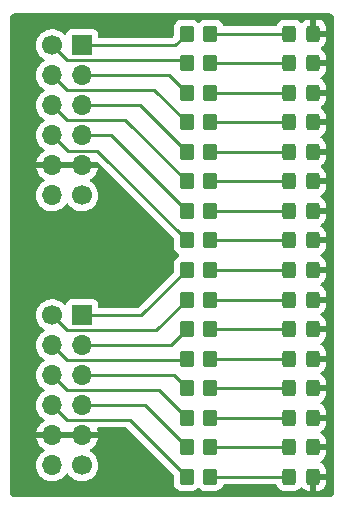
<source format=gtl>
%TF.GenerationSoftware,KiCad,Pcbnew,6.0.4-6f826c9f35~116~ubuntu20.04.1*%
%TF.CreationDate,2022-04-18T14:08:09+07:00*%
%TF.ProjectId,pmod-thin-16-leds,706d6f64-2d74-4686-996e-2d31362d6c65,1.0*%
%TF.SameCoordinates,Original*%
%TF.FileFunction,Copper,L1,Top*%
%TF.FilePolarity,Positive*%
%FSLAX46Y46*%
G04 Gerber Fmt 4.6, Leading zero omitted, Abs format (unit mm)*
G04 Created by KiCad (PCBNEW 6.0.4-6f826c9f35~116~ubuntu20.04.1) date 2022-04-18 14:08:09*
%MOMM*%
%LPD*%
G01*
G04 APERTURE LIST*
G04 Aperture macros list*
%AMRoundRect*
0 Rectangle with rounded corners*
0 $1 Rounding radius*
0 $2 $3 $4 $5 $6 $7 $8 $9 X,Y pos of 4 corners*
0 Add a 4 corners polygon primitive as box body*
4,1,4,$2,$3,$4,$5,$6,$7,$8,$9,$2,$3,0*
0 Add four circle primitives for the rounded corners*
1,1,$1+$1,$2,$3*
1,1,$1+$1,$4,$5*
1,1,$1+$1,$6,$7*
1,1,$1+$1,$8,$9*
0 Add four rect primitives between the rounded corners*
20,1,$1+$1,$2,$3,$4,$5,0*
20,1,$1+$1,$4,$5,$6,$7,0*
20,1,$1+$1,$6,$7,$8,$9,0*
20,1,$1+$1,$8,$9,$2,$3,0*%
G04 Aperture macros list end*
%TA.AperFunction,ComponentPad*%
%ADD10R,1.700000X1.700000*%
%TD*%
%TA.AperFunction,ComponentPad*%
%ADD11O,1.700000X1.700000*%
%TD*%
%TA.AperFunction,ComponentPad*%
%ADD12C,1.700000*%
%TD*%
%TA.AperFunction,SMDPad,CuDef*%
%ADD13RoundRect,0.250000X-0.350000X-0.450000X0.350000X-0.450000X0.350000X0.450000X-0.350000X0.450000X0*%
%TD*%
%TA.AperFunction,SMDPad,CuDef*%
%ADD14RoundRect,0.250000X0.325000X0.450000X-0.325000X0.450000X-0.325000X-0.450000X0.325000X-0.450000X0*%
%TD*%
%TA.AperFunction,Conductor*%
%ADD15C,0.254000*%
%TD*%
G04 APERTURE END LIST*
D10*
%TO.P,J1,1,Pin_1*%
%TO.N,/p1*%
X102710000Y-74220000D03*
D11*
%TO.P,J1,2,Pin_2*%
%TO.N,/p3*%
X102710000Y-76760000D03*
%TO.P,J1,3,Pin_3*%
%TO.N,/p5*%
X102710000Y-79300000D03*
%TO.P,J1,4,Pin_4*%
%TO.N,/p7*%
X102710000Y-81840000D03*
%TO.P,J1,5,GND*%
%TO.N,GND*%
X102710000Y-84380000D03*
D12*
%TO.P,J1,6,3.3V*%
%TO.N,+3V3*%
X102710000Y-86920000D03*
%TO.P,J1,7,Pin_7*%
%TO.N,/p2*%
X100170000Y-74220000D03*
D11*
%TO.P,J1,8,Pin_8*%
%TO.N,/p4*%
X100170000Y-76760000D03*
%TO.P,J1,9,Pin_9*%
%TO.N,/p6*%
X100170000Y-79300000D03*
%TO.P,J1,10,Pin_10*%
%TO.N,/p8*%
X100170000Y-81840000D03*
%TO.P,J1,11,GND*%
%TO.N,GND*%
X100170000Y-84380000D03*
%TO.P,J1,12,3.3V*%
%TO.N,+3V3*%
X100170000Y-86920000D03*
%TD*%
D13*
%TO.P,R5,1*%
%TO.N,/p5*%
X111560000Y-83250000D03*
%TO.P,R5,2*%
%TO.N,Net-(D5-Pad2)*%
X113560000Y-83250000D03*
%TD*%
D14*
%TO.P,D04,1,K*%
%TO.N,GND*%
X122285000Y-80750000D03*
%TO.P,D04,2,A*%
%TO.N,Net-(D4-Pad2)*%
X120235000Y-80750000D03*
%TD*%
D13*
%TO.P,R16,1*%
%TO.N,/p16*%
X111560000Y-110750000D03*
%TO.P,R16,2*%
%TO.N,Net-(D16-Pad2)*%
X113560000Y-110750000D03*
%TD*%
%TO.P,R11,1*%
%TO.N,/p11*%
X111560000Y-98250000D03*
%TO.P,R11,2*%
%TO.N,Net-(D11-Pad2)*%
X113560000Y-98250000D03*
%TD*%
%TO.P,R2,1*%
%TO.N,/p2*%
X111560000Y-75750000D03*
%TO.P,R2,2*%
%TO.N,Net-(D2-Pad2)*%
X113560000Y-75750000D03*
%TD*%
%TO.P,R15,1*%
%TO.N,/p15*%
X111560000Y-108250000D03*
%TO.P,R15,2*%
%TO.N,Net-(D15-Pad2)*%
X113560000Y-108250000D03*
%TD*%
D14*
%TO.P,D14,1,K*%
%TO.N,GND*%
X122285000Y-105750000D03*
%TO.P,D14,2,A*%
%TO.N,Net-(D14-Pad2)*%
X120235000Y-105750000D03*
%TD*%
%TO.P,D08,1,K*%
%TO.N,GND*%
X122285000Y-90750000D03*
%TO.P,D08,2,A*%
%TO.N,Net-(D8-Pad2)*%
X120235000Y-90750000D03*
%TD*%
%TO.P,D01,1,K*%
%TO.N,GND*%
X122285000Y-73250000D03*
%TO.P,D01,2,A*%
%TO.N,Net-(D1-Pad2)*%
X120235000Y-73250000D03*
%TD*%
%TO.P,D15,1,K*%
%TO.N,GND*%
X122285000Y-108250000D03*
%TO.P,D15,2,A*%
%TO.N,Net-(D15-Pad2)*%
X120235000Y-108250000D03*
%TD*%
D13*
%TO.P,R3,1*%
%TO.N,/p3*%
X111560000Y-78250000D03*
%TO.P,R3,2*%
%TO.N,Net-(D3-Pad2)*%
X113560000Y-78250000D03*
%TD*%
%TO.P,R13,1*%
%TO.N,/p13*%
X111560000Y-103250000D03*
%TO.P,R13,2*%
%TO.N,Net-(D13-Pad2)*%
X113560000Y-103250000D03*
%TD*%
%TO.P,R7,1*%
%TO.N,/p7*%
X111560000Y-88250000D03*
%TO.P,R7,2*%
%TO.N,Net-(D7-Pad2)*%
X113560000Y-88250000D03*
%TD*%
%TO.P,R6,1*%
%TO.N,/p6*%
X111560000Y-85750000D03*
%TO.P,R6,2*%
%TO.N,Net-(D6-Pad2)*%
X113560000Y-85750000D03*
%TD*%
D14*
%TO.P,D16,1,K*%
%TO.N,GND*%
X122285000Y-110750000D03*
%TO.P,D16,2,A*%
%TO.N,Net-(D16-Pad2)*%
X120235000Y-110750000D03*
%TD*%
%TO.P,D13,1,K*%
%TO.N,GND*%
X122285000Y-103250000D03*
%TO.P,D13,2,A*%
%TO.N,Net-(D13-Pad2)*%
X120235000Y-103250000D03*
%TD*%
D13*
%TO.P,R12,1*%
%TO.N,/p12*%
X111560000Y-100750000D03*
%TO.P,R12,2*%
%TO.N,Net-(D12-Pad2)*%
X113560000Y-100750000D03*
%TD*%
D14*
%TO.P,D09,1,K*%
%TO.N,GND*%
X122285000Y-93250000D03*
%TO.P,D09,2,A*%
%TO.N,Net-(D9-Pad2)*%
X120235000Y-93250000D03*
%TD*%
D13*
%TO.P,R1,1*%
%TO.N,/p1*%
X111560000Y-73250000D03*
%TO.P,R1,2*%
%TO.N,Net-(D1-Pad2)*%
X113560000Y-73250000D03*
%TD*%
%TO.P,R10,1*%
%TO.N,/p10*%
X111560000Y-95750000D03*
%TO.P,R10,2*%
%TO.N,Net-(D10-Pad2)*%
X113560000Y-95750000D03*
%TD*%
D14*
%TO.P,D02,1,K*%
%TO.N,GND*%
X122285000Y-75750000D03*
%TO.P,D02,2,A*%
%TO.N,Net-(D2-Pad2)*%
X120235000Y-75750000D03*
%TD*%
D13*
%TO.P,R8,1*%
%TO.N,/p8*%
X111560000Y-90750000D03*
%TO.P,R8,2*%
%TO.N,Net-(D8-Pad2)*%
X113560000Y-90750000D03*
%TD*%
D14*
%TO.P,D03,1,K*%
%TO.N,GND*%
X122285000Y-78250000D03*
%TO.P,D03,2,A*%
%TO.N,Net-(D3-Pad2)*%
X120235000Y-78250000D03*
%TD*%
%TO.P,D06,1,K*%
%TO.N,GND*%
X122285000Y-85750000D03*
%TO.P,D06,2,A*%
%TO.N,Net-(D6-Pad2)*%
X120235000Y-85750000D03*
%TD*%
D10*
%TO.P,J2,1,Pin_1*%
%TO.N,/p9*%
X102710000Y-97080000D03*
D11*
%TO.P,J2,2,Pin_2*%
%TO.N,/p11*%
X102710000Y-99620000D03*
%TO.P,J2,3,Pin_3*%
%TO.N,/p13*%
X102710000Y-102160000D03*
%TO.P,J2,4,Pin_4*%
%TO.N,/p15*%
X102710000Y-104700000D03*
%TO.P,J2,5,GND*%
%TO.N,GND*%
X102710000Y-107240000D03*
D12*
%TO.P,J2,6,3.3V*%
%TO.N,+3V3*%
X102710000Y-109780000D03*
%TO.P,J2,7,Pin_7*%
%TO.N,/p10*%
X100170000Y-97080000D03*
D11*
%TO.P,J2,8,Pin_8*%
%TO.N,/p12*%
X100170000Y-99620000D03*
%TO.P,J2,9,Pin_9*%
%TO.N,/p14*%
X100170000Y-102160000D03*
%TO.P,J2,10,Pin_10*%
%TO.N,/p16*%
X100170000Y-104700000D03*
%TO.P,J2,11,GND*%
%TO.N,GND*%
X100170000Y-107240000D03*
%TO.P,J2,12,3.3V*%
%TO.N,+3V3*%
X100170000Y-109780000D03*
%TD*%
D14*
%TO.P,D07,1,K*%
%TO.N,GND*%
X122285000Y-88250000D03*
%TO.P,D07,2,A*%
%TO.N,Net-(D7-Pad2)*%
X120235000Y-88250000D03*
%TD*%
D13*
%TO.P,R14,1*%
%TO.N,/p14*%
X111560000Y-105750000D03*
%TO.P,R14,2*%
%TO.N,Net-(D14-Pad2)*%
X113560000Y-105750000D03*
%TD*%
D14*
%TO.P,D11,1,K*%
%TO.N,GND*%
X122285000Y-98250000D03*
%TO.P,D11,2,A*%
%TO.N,Net-(D11-Pad2)*%
X120235000Y-98250000D03*
%TD*%
D13*
%TO.P,R9,1*%
%TO.N,/p9*%
X111560000Y-93250000D03*
%TO.P,R9,2*%
%TO.N,Net-(D9-Pad2)*%
X113560000Y-93250000D03*
%TD*%
%TO.P,R4,1*%
%TO.N,/p4*%
X111560000Y-80750000D03*
%TO.P,R4,2*%
%TO.N,Net-(D4-Pad2)*%
X113560000Y-80750000D03*
%TD*%
D14*
%TO.P,D10,1,K*%
%TO.N,GND*%
X122285000Y-95750000D03*
%TO.P,D10,2,A*%
%TO.N,Net-(D10-Pad2)*%
X120235000Y-95750000D03*
%TD*%
%TO.P,D12,1,K*%
%TO.N,GND*%
X122285000Y-100750000D03*
%TO.P,D12,2,A*%
%TO.N,Net-(D12-Pad2)*%
X120235000Y-100750000D03*
%TD*%
%TO.P,D05,1,K*%
%TO.N,GND*%
X122285000Y-83250000D03*
%TO.P,D05,2,A*%
%TO.N,Net-(D5-Pad2)*%
X120235000Y-83250000D03*
%TD*%
D15*
%TO.N,Net-(D1-Pad2)*%
X113560000Y-73250000D02*
X120235000Y-73250000D01*
%TO.N,Net-(D2-Pad2)*%
X113560000Y-75750000D02*
X120235000Y-75750000D01*
%TO.N,Net-(D3-Pad2)*%
X113560000Y-78250000D02*
X120235000Y-78250000D01*
%TO.N,Net-(D4-Pad2)*%
X113560000Y-80750000D02*
X120235000Y-80750000D01*
%TO.N,Net-(D5-Pad2)*%
X113560000Y-83250000D02*
X120235000Y-83250000D01*
%TO.N,Net-(D6-Pad2)*%
X113560000Y-85750000D02*
X120235000Y-85750000D01*
%TO.N,Net-(D7-Pad2)*%
X113560000Y-88250000D02*
X120235000Y-88250000D01*
%TO.N,Net-(D8-Pad2)*%
X113560000Y-90750000D02*
X120235000Y-90750000D01*
%TO.N,Net-(D9-Pad2)*%
X113560000Y-93250000D02*
X120235000Y-93250000D01*
%TO.N,Net-(D10-Pad2)*%
X113560000Y-95750000D02*
X120235000Y-95750000D01*
%TO.N,Net-(D11-Pad2)*%
X113560000Y-98250000D02*
X120235000Y-98250000D01*
%TO.N,Net-(D12-Pad2)*%
X113560000Y-100750000D02*
X120235000Y-100750000D01*
%TO.N,Net-(D13-Pad2)*%
X113560000Y-103250000D02*
X120235000Y-103250000D01*
%TO.N,Net-(D14-Pad2)*%
X113560000Y-105750000D02*
X120235000Y-105750000D01*
%TO.N,Net-(D15-Pad2)*%
X113560000Y-108250000D02*
X120235000Y-108250000D01*
%TO.N,Net-(D16-Pad2)*%
X113560000Y-110750000D02*
X120235000Y-110750000D01*
%TO.N,/p1*%
X110590000Y-74220000D02*
X102710000Y-74220000D01*
X111560000Y-73250000D02*
X110590000Y-74220000D01*
%TO.N,/p3*%
X110070000Y-76760000D02*
X111560000Y-78250000D01*
X102710000Y-76760000D02*
X110070000Y-76760000D01*
%TO.N,/p5*%
X102710000Y-79300000D02*
X107610000Y-79300000D01*
X107610000Y-79300000D02*
X111560000Y-83250000D01*
%TO.N,/p7*%
X105150000Y-81840000D02*
X111560000Y-88250000D01*
X111560000Y-88250000D02*
X111560000Y-87690000D01*
X102710000Y-81840000D02*
X105150000Y-81840000D01*
%TO.N,/p2*%
X111260511Y-75450511D02*
X111560000Y-75750000D01*
X101400511Y-75450511D02*
X111260511Y-75450511D01*
X100170000Y-74220000D02*
X101400511Y-75450511D01*
%TO.N,/p4*%
X100170000Y-76760000D02*
X101400511Y-77990511D01*
X101400511Y-77990511D02*
X108800511Y-77990511D01*
X108800511Y-77990511D02*
X111560000Y-80750000D01*
%TO.N,/p6*%
X106340511Y-80530511D02*
X111560000Y-85750000D01*
X100170000Y-79300000D02*
X101400511Y-80530511D01*
X101400511Y-80530511D02*
X106340511Y-80530511D01*
%TO.N,/p8*%
X101479489Y-83149489D02*
X103959489Y-83149489D01*
X103959489Y-83149489D02*
X111560000Y-90750000D01*
X100170000Y-81840000D02*
X101479489Y-83149489D01*
%TO.N,/p9*%
X102710000Y-97080000D02*
X107730000Y-97080000D01*
X107730000Y-97080000D02*
X111560000Y-93250000D01*
%TO.N,/p11*%
X102710000Y-99620000D02*
X110190000Y-99620000D01*
X110190000Y-99620000D02*
X111560000Y-98250000D01*
%TO.N,/p13*%
X102710000Y-102160000D02*
X110470000Y-102160000D01*
X110470000Y-102160000D02*
X111560000Y-103250000D01*
%TO.N,/p15*%
X102710000Y-104700000D02*
X108010000Y-104700000D01*
X108010000Y-104700000D02*
X111560000Y-108250000D01*
%TO.N,/p10*%
X108999489Y-98310511D02*
X111560000Y-95750000D01*
X101400511Y-98310511D02*
X108999489Y-98310511D01*
X100170000Y-97080000D02*
X101400511Y-98310511D01*
%TO.N,/p12*%
X101400511Y-100850511D02*
X111459489Y-100850511D01*
X100170000Y-99620000D02*
X101400511Y-100850511D01*
X111459489Y-100850511D02*
X111560000Y-100750000D01*
%TO.N,/p14*%
X101400511Y-103390511D02*
X109200511Y-103390511D01*
X109200511Y-103390511D02*
X111560000Y-105750000D01*
X100170000Y-102160000D02*
X101400511Y-103390511D01*
%TO.N,/p16*%
X106740511Y-105930511D02*
X111560000Y-110750000D01*
X100170000Y-104700000D02*
X101400511Y-105930511D01*
X101400511Y-105930511D02*
X106740511Y-105930511D01*
%TD*%
%TA.AperFunction,Conductor*%
%TO.N,GND*%
G36*
X123544942Y-71506897D02*
G01*
X123559750Y-71509203D01*
X123559752Y-71509203D01*
X123568621Y-71510584D01*
X123577524Y-71509420D01*
X123577526Y-71509420D01*
X123577650Y-71509404D01*
X123608088Y-71509133D01*
X123637755Y-71512475D01*
X123670158Y-71516126D01*
X123697666Y-71522404D01*
X123774756Y-71549379D01*
X123800176Y-71561620D01*
X123869326Y-71605069D01*
X123891386Y-71622661D01*
X123949135Y-71680409D01*
X123966727Y-71702469D01*
X124010178Y-71771621D01*
X124022420Y-71797041D01*
X124049393Y-71874124D01*
X124055672Y-71901632D01*
X124061919Y-71957072D01*
X124061611Y-71972764D01*
X124062693Y-71972777D01*
X124062584Y-71981746D01*
X124061202Y-71990621D01*
X124065328Y-72022171D01*
X124066391Y-72038500D01*
X124065507Y-89706704D01*
X124064395Y-111953521D01*
X124062895Y-111972898D01*
X124060583Y-111987745D01*
X124060583Y-111987752D01*
X124059202Y-111996621D01*
X124060382Y-112005646D01*
X124060654Y-112036081D01*
X124053661Y-112098155D01*
X124047382Y-112125664D01*
X124020408Y-112202752D01*
X124008169Y-112228168D01*
X123964714Y-112297325D01*
X123947125Y-112319380D01*
X123889380Y-112377125D01*
X123867325Y-112394714D01*
X123798168Y-112438169D01*
X123772752Y-112450408D01*
X123695664Y-112477382D01*
X123668159Y-112483660D01*
X123612673Y-112489912D01*
X123597036Y-112489245D01*
X123597018Y-112490694D01*
X123588047Y-112490584D01*
X123579173Y-112489202D01*
X123570270Y-112490366D01*
X123570265Y-112490366D01*
X123547621Y-112493327D01*
X123531284Y-112494391D01*
X97117866Y-112492996D01*
X97098489Y-112491495D01*
X97083645Y-112489183D01*
X97083641Y-112489183D01*
X97074773Y-112487802D01*
X97065871Y-112488966D01*
X97065869Y-112488966D01*
X97065753Y-112488981D01*
X97035304Y-112489252D01*
X96973233Y-112482257D01*
X96945727Y-112475979D01*
X96868645Y-112449006D01*
X96843226Y-112436765D01*
X96776306Y-112394717D01*
X96774076Y-112393316D01*
X96752017Y-112375724D01*
X96694271Y-112317976D01*
X96676680Y-112295917D01*
X96633233Y-112226770D01*
X96620992Y-112201350D01*
X96594018Y-112124263D01*
X96587739Y-112096754D01*
X96581477Y-112041170D01*
X96580694Y-112025522D01*
X96580803Y-112016646D01*
X96582184Y-112007773D01*
X96578052Y-111976168D01*
X96576989Y-111959850D01*
X96576989Y-111953525D01*
X96576768Y-109746695D01*
X98807251Y-109746695D01*
X98807548Y-109751848D01*
X98807548Y-109751851D01*
X98813011Y-109846590D01*
X98820110Y-109969715D01*
X98821247Y-109974761D01*
X98821248Y-109974767D01*
X98823376Y-109984208D01*
X98869222Y-110187639D01*
X98953266Y-110394616D01*
X99004019Y-110477438D01*
X99067291Y-110580688D01*
X99069987Y-110585088D01*
X99216250Y-110753938D01*
X99388126Y-110896632D01*
X99581000Y-111009338D01*
X99585825Y-111011180D01*
X99585826Y-111011181D01*
X99658612Y-111038975D01*
X99789692Y-111089030D01*
X99794760Y-111090061D01*
X99794763Y-111090062D01*
X99902017Y-111111883D01*
X100008597Y-111133567D01*
X100013772Y-111133757D01*
X100013774Y-111133757D01*
X100226673Y-111141564D01*
X100226677Y-111141564D01*
X100231837Y-111141753D01*
X100236957Y-111141097D01*
X100236959Y-111141097D01*
X100448288Y-111114025D01*
X100448289Y-111114025D01*
X100453416Y-111113368D01*
X100458366Y-111111883D01*
X100662429Y-111050661D01*
X100662434Y-111050659D01*
X100667384Y-111049174D01*
X100867994Y-110950896D01*
X101049860Y-110821173D01*
X101208096Y-110663489D01*
X101267594Y-110580689D01*
X101338453Y-110482077D01*
X101339776Y-110483028D01*
X101386645Y-110439857D01*
X101456580Y-110427625D01*
X101522026Y-110455144D01*
X101549875Y-110486994D01*
X101609987Y-110585088D01*
X101756250Y-110753938D01*
X101928126Y-110896632D01*
X102121000Y-111009338D01*
X102125825Y-111011180D01*
X102125826Y-111011181D01*
X102198612Y-111038975D01*
X102329692Y-111089030D01*
X102334760Y-111090061D01*
X102334763Y-111090062D01*
X102442017Y-111111883D01*
X102548597Y-111133567D01*
X102553772Y-111133757D01*
X102553774Y-111133757D01*
X102766673Y-111141564D01*
X102766677Y-111141564D01*
X102771837Y-111141753D01*
X102776957Y-111141097D01*
X102776959Y-111141097D01*
X102988288Y-111114025D01*
X102988289Y-111114025D01*
X102993416Y-111113368D01*
X102998366Y-111111883D01*
X103202429Y-111050661D01*
X103202434Y-111050659D01*
X103207384Y-111049174D01*
X103407994Y-110950896D01*
X103589860Y-110821173D01*
X103748096Y-110663489D01*
X103807594Y-110580689D01*
X103875435Y-110486277D01*
X103878453Y-110482077D01*
X103899320Y-110439857D01*
X103975136Y-110286453D01*
X103975137Y-110286451D01*
X103977430Y-110281811D01*
X104042370Y-110068069D01*
X104071529Y-109846590D01*
X104071881Y-109832193D01*
X104073074Y-109783365D01*
X104073074Y-109783361D01*
X104073156Y-109780000D01*
X104054852Y-109557361D01*
X104000431Y-109340702D01*
X103911354Y-109135840D01*
X103842079Y-109028757D01*
X103792822Y-108952617D01*
X103792820Y-108952614D01*
X103790014Y-108948277D01*
X103639670Y-108783051D01*
X103635619Y-108779852D01*
X103635615Y-108779848D01*
X103468414Y-108647800D01*
X103468410Y-108647798D01*
X103464359Y-108644598D01*
X103422569Y-108621529D01*
X103372598Y-108571097D01*
X103357826Y-108501654D01*
X103382942Y-108435248D01*
X103410294Y-108408641D01*
X103585328Y-108283792D01*
X103593200Y-108277139D01*
X103744052Y-108126812D01*
X103750730Y-108118965D01*
X103875003Y-107946020D01*
X103880313Y-107937183D01*
X103974670Y-107746267D01*
X103978469Y-107736672D01*
X104040377Y-107532910D01*
X104042555Y-107522837D01*
X104043986Y-107511962D01*
X104041775Y-107497778D01*
X104028617Y-107494000D01*
X98853225Y-107494000D01*
X98839694Y-107497973D01*
X98838257Y-107507966D01*
X98868565Y-107642446D01*
X98871645Y-107652275D01*
X98951770Y-107849603D01*
X98956413Y-107858794D01*
X99067694Y-108040388D01*
X99073777Y-108048699D01*
X99213213Y-108209667D01*
X99220580Y-108216883D01*
X99384434Y-108352916D01*
X99392881Y-108358831D01*
X99461969Y-108399203D01*
X99510693Y-108450842D01*
X99523764Y-108520625D01*
X99497033Y-108586396D01*
X99456584Y-108619752D01*
X99443607Y-108626507D01*
X99439474Y-108629610D01*
X99439471Y-108629612D01*
X99274385Y-108753562D01*
X99264965Y-108760635D01*
X99110629Y-108922138D01*
X99107720Y-108926403D01*
X99107714Y-108926411D01*
X99036930Y-109030176D01*
X98984743Y-109106680D01*
X98937716Y-109207992D01*
X98893925Y-109302332D01*
X98890688Y-109309305D01*
X98830989Y-109524570D01*
X98807251Y-109746695D01*
X96576768Y-109746695D01*
X96576260Y-104666695D01*
X98807251Y-104666695D01*
X98807548Y-104671848D01*
X98807548Y-104671851D01*
X98816775Y-104831880D01*
X98820110Y-104889715D01*
X98821247Y-104894761D01*
X98821248Y-104894767D01*
X98839840Y-104977262D01*
X98869222Y-105107639D01*
X98953266Y-105314616D01*
X98978321Y-105355502D01*
X99061676Y-105491525D01*
X99069987Y-105505088D01*
X99216250Y-105673938D01*
X99388126Y-105816632D01*
X99461955Y-105859774D01*
X99510679Y-105911412D01*
X99523750Y-105981195D01*
X99497019Y-106046967D01*
X99456562Y-106080327D01*
X99448457Y-106084546D01*
X99439738Y-106090036D01*
X99269433Y-106217905D01*
X99261726Y-106224748D01*
X99114590Y-106378717D01*
X99108104Y-106386727D01*
X98988098Y-106562649D01*
X98983000Y-106571623D01*
X98893338Y-106764783D01*
X98889775Y-106774470D01*
X98834389Y-106974183D01*
X98835912Y-106982607D01*
X98848292Y-106986000D01*
X104028344Y-106986000D01*
X104041875Y-106982027D01*
X104043180Y-106972947D01*
X104001214Y-106805875D01*
X103997894Y-106796124D01*
X103974471Y-106742253D01*
X103965652Y-106671806D01*
X103996318Y-106607774D01*
X104056735Y-106570487D01*
X104090021Y-106566011D01*
X106425089Y-106566011D01*
X106493210Y-106586013D01*
X106514184Y-106602916D01*
X110414595Y-110503328D01*
X110448621Y-110565640D01*
X110451500Y-110592423D01*
X110451500Y-111250400D01*
X110451837Y-111253646D01*
X110451837Y-111253650D01*
X110461618Y-111347914D01*
X110462474Y-111356166D01*
X110464655Y-111362702D01*
X110464655Y-111362704D01*
X110472506Y-111386236D01*
X110518450Y-111523946D01*
X110611522Y-111674348D01*
X110736697Y-111799305D01*
X110742927Y-111803145D01*
X110742928Y-111803146D01*
X110880288Y-111887816D01*
X110887262Y-111892115D01*
X110967005Y-111918564D01*
X111048611Y-111945632D01*
X111048613Y-111945632D01*
X111055139Y-111947797D01*
X111061975Y-111948497D01*
X111061978Y-111948498D01*
X111105031Y-111952909D01*
X111159600Y-111958500D01*
X111960400Y-111958500D01*
X111963646Y-111958163D01*
X111963650Y-111958163D01*
X112059308Y-111948238D01*
X112059312Y-111948237D01*
X112066166Y-111947526D01*
X112072702Y-111945345D01*
X112072704Y-111945345D01*
X112204806Y-111901272D01*
X112233946Y-111891550D01*
X112384348Y-111798478D01*
X112470784Y-111711891D01*
X112533066Y-111677812D01*
X112603886Y-111682815D01*
X112648976Y-111711736D01*
X112736697Y-111799305D01*
X112742927Y-111803145D01*
X112742928Y-111803146D01*
X112880288Y-111887816D01*
X112887262Y-111892115D01*
X112967005Y-111918564D01*
X113048611Y-111945632D01*
X113048613Y-111945632D01*
X113055139Y-111947797D01*
X113061975Y-111948497D01*
X113061978Y-111948498D01*
X113105031Y-111952909D01*
X113159600Y-111958500D01*
X113960400Y-111958500D01*
X113963646Y-111958163D01*
X113963650Y-111958163D01*
X114059308Y-111948238D01*
X114059312Y-111948237D01*
X114066166Y-111947526D01*
X114072702Y-111945345D01*
X114072704Y-111945345D01*
X114204806Y-111901272D01*
X114233946Y-111891550D01*
X114384348Y-111798478D01*
X114509305Y-111673303D01*
X114602115Y-111522738D01*
X114619000Y-111471832D01*
X114659432Y-111413472D01*
X114724996Y-111386236D01*
X114738593Y-111385500D01*
X119081470Y-111385500D01*
X119149591Y-111405502D01*
X119196084Y-111459158D01*
X119200994Y-111471624D01*
X119218450Y-111523946D01*
X119311522Y-111674348D01*
X119436697Y-111799305D01*
X119442927Y-111803145D01*
X119442928Y-111803146D01*
X119580288Y-111887816D01*
X119587262Y-111892115D01*
X119667005Y-111918564D01*
X119748611Y-111945632D01*
X119748613Y-111945632D01*
X119755139Y-111947797D01*
X119761975Y-111948497D01*
X119761978Y-111948498D01*
X119805031Y-111952909D01*
X119859600Y-111958500D01*
X120610400Y-111958500D01*
X120613646Y-111958163D01*
X120613650Y-111958163D01*
X120709308Y-111948238D01*
X120709312Y-111948237D01*
X120716166Y-111947526D01*
X120722702Y-111945345D01*
X120722704Y-111945345D01*
X120854806Y-111901272D01*
X120883946Y-111891550D01*
X121034348Y-111798478D01*
X121159305Y-111673303D01*
X121162102Y-111668765D01*
X121219353Y-111628176D01*
X121290276Y-111624946D01*
X121351687Y-111660572D01*
X121359062Y-111669068D01*
X121367098Y-111679207D01*
X121481829Y-111793739D01*
X121493240Y-111802751D01*
X121631243Y-111887816D01*
X121644424Y-111893963D01*
X121798710Y-111945138D01*
X121812086Y-111948005D01*
X121906438Y-111957672D01*
X121912854Y-111958000D01*
X122012885Y-111958000D01*
X122028124Y-111953525D01*
X122029329Y-111952135D01*
X122031000Y-111944452D01*
X122031000Y-111939884D01*
X122539000Y-111939884D01*
X122543475Y-111955123D01*
X122544865Y-111956328D01*
X122552548Y-111957999D01*
X122657095Y-111957999D01*
X122663614Y-111957662D01*
X122759206Y-111947743D01*
X122772600Y-111944851D01*
X122926784Y-111893412D01*
X122939962Y-111887239D01*
X123077807Y-111801937D01*
X123089208Y-111792901D01*
X123203739Y-111678171D01*
X123212751Y-111666760D01*
X123297816Y-111528757D01*
X123303963Y-111515576D01*
X123355138Y-111361290D01*
X123358005Y-111347914D01*
X123367672Y-111253562D01*
X123368000Y-111247146D01*
X123368000Y-111022115D01*
X123363525Y-111006876D01*
X123362135Y-111005671D01*
X123354452Y-111004000D01*
X122557115Y-111004000D01*
X122541876Y-111008475D01*
X122540671Y-111009865D01*
X122539000Y-111017548D01*
X122539000Y-111939884D01*
X122031000Y-111939884D01*
X122031000Y-110622000D01*
X122051002Y-110553879D01*
X122104658Y-110507386D01*
X122157000Y-110496000D01*
X123349884Y-110496000D01*
X123365123Y-110491525D01*
X123366328Y-110490135D01*
X123367999Y-110482452D01*
X123367999Y-110252905D01*
X123367662Y-110246386D01*
X123357743Y-110150794D01*
X123354851Y-110137400D01*
X123303412Y-109983216D01*
X123297239Y-109970038D01*
X123211937Y-109832193D01*
X123202901Y-109820792D01*
X123088171Y-109706261D01*
X123076760Y-109697249D01*
X122932525Y-109608342D01*
X122933893Y-109606123D01*
X122889763Y-109567268D01*
X122870301Y-109498991D01*
X122890842Y-109431030D01*
X122934821Y-109392854D01*
X122933732Y-109391094D01*
X123077807Y-109301937D01*
X123089208Y-109292901D01*
X123203739Y-109178171D01*
X123212751Y-109166760D01*
X123297816Y-109028757D01*
X123303963Y-109015576D01*
X123355138Y-108861290D01*
X123358005Y-108847914D01*
X123367672Y-108753562D01*
X123368000Y-108747146D01*
X123368000Y-108522115D01*
X123363525Y-108506876D01*
X123362135Y-108505671D01*
X123354452Y-108504000D01*
X122157000Y-108504000D01*
X122088879Y-108483998D01*
X122042386Y-108430342D01*
X122031000Y-108378000D01*
X122031000Y-108122000D01*
X122051002Y-108053879D01*
X122104658Y-108007386D01*
X122157000Y-107996000D01*
X123349884Y-107996000D01*
X123365123Y-107991525D01*
X123366328Y-107990135D01*
X123367999Y-107982452D01*
X123367999Y-107752905D01*
X123367662Y-107746386D01*
X123357743Y-107650794D01*
X123354851Y-107637400D01*
X123303412Y-107483216D01*
X123297239Y-107470038D01*
X123211937Y-107332193D01*
X123202901Y-107320792D01*
X123088171Y-107206261D01*
X123076760Y-107197249D01*
X122932525Y-107108342D01*
X122933893Y-107106123D01*
X122889763Y-107067268D01*
X122870301Y-106998991D01*
X122890842Y-106931030D01*
X122934821Y-106892854D01*
X122933732Y-106891094D01*
X123077807Y-106801937D01*
X123089208Y-106792901D01*
X123203739Y-106678171D01*
X123212751Y-106666760D01*
X123297816Y-106528757D01*
X123303963Y-106515576D01*
X123355138Y-106361290D01*
X123358005Y-106347914D01*
X123367672Y-106253562D01*
X123368000Y-106247146D01*
X123368000Y-106022115D01*
X123363525Y-106006876D01*
X123362135Y-106005671D01*
X123354452Y-106004000D01*
X122157000Y-106004000D01*
X122088879Y-105983998D01*
X122042386Y-105930342D01*
X122031000Y-105878000D01*
X122031000Y-105622000D01*
X122051002Y-105553879D01*
X122104658Y-105507386D01*
X122157000Y-105496000D01*
X123349884Y-105496000D01*
X123365123Y-105491525D01*
X123366328Y-105490135D01*
X123367999Y-105482452D01*
X123367999Y-105252905D01*
X123367662Y-105246386D01*
X123357743Y-105150794D01*
X123354851Y-105137400D01*
X123303412Y-104983216D01*
X123297239Y-104970038D01*
X123211937Y-104832193D01*
X123202901Y-104820792D01*
X123088171Y-104706261D01*
X123076760Y-104697249D01*
X122932525Y-104608342D01*
X122933893Y-104606123D01*
X122889763Y-104567268D01*
X122870301Y-104498991D01*
X122890842Y-104431030D01*
X122934821Y-104392854D01*
X122933732Y-104391094D01*
X123077807Y-104301937D01*
X123089208Y-104292901D01*
X123203739Y-104178171D01*
X123212751Y-104166760D01*
X123297816Y-104028757D01*
X123303963Y-104015576D01*
X123355138Y-103861290D01*
X123358005Y-103847914D01*
X123367672Y-103753562D01*
X123368000Y-103747146D01*
X123368000Y-103522115D01*
X123363525Y-103506876D01*
X123362135Y-103505671D01*
X123354452Y-103504000D01*
X122157000Y-103504000D01*
X122088879Y-103483998D01*
X122042386Y-103430342D01*
X122031000Y-103378000D01*
X122031000Y-103122000D01*
X122051002Y-103053879D01*
X122104658Y-103007386D01*
X122157000Y-102996000D01*
X123349884Y-102996000D01*
X123365123Y-102991525D01*
X123366328Y-102990135D01*
X123367999Y-102982452D01*
X123367999Y-102752905D01*
X123367662Y-102746386D01*
X123357743Y-102650794D01*
X123354851Y-102637400D01*
X123303412Y-102483216D01*
X123297239Y-102470038D01*
X123211937Y-102332193D01*
X123202901Y-102320792D01*
X123088171Y-102206261D01*
X123076760Y-102197249D01*
X122932525Y-102108342D01*
X122933893Y-102106123D01*
X122889763Y-102067268D01*
X122870301Y-101998991D01*
X122890842Y-101931030D01*
X122934821Y-101892854D01*
X122933732Y-101891094D01*
X123077807Y-101801937D01*
X123089208Y-101792901D01*
X123203739Y-101678171D01*
X123212751Y-101666760D01*
X123297816Y-101528757D01*
X123303963Y-101515576D01*
X123355138Y-101361290D01*
X123358005Y-101347914D01*
X123367672Y-101253562D01*
X123368000Y-101247146D01*
X123368000Y-101022115D01*
X123363525Y-101006876D01*
X123362135Y-101005671D01*
X123354452Y-101004000D01*
X122157000Y-101004000D01*
X122088879Y-100983998D01*
X122042386Y-100930342D01*
X122031000Y-100878000D01*
X122031000Y-100622000D01*
X122051002Y-100553879D01*
X122104658Y-100507386D01*
X122157000Y-100496000D01*
X123349884Y-100496000D01*
X123365123Y-100491525D01*
X123366328Y-100490135D01*
X123367999Y-100482452D01*
X123367999Y-100252905D01*
X123367662Y-100246386D01*
X123357743Y-100150794D01*
X123354851Y-100137400D01*
X123303412Y-99983216D01*
X123297239Y-99970038D01*
X123211937Y-99832193D01*
X123202901Y-99820792D01*
X123088171Y-99706261D01*
X123076760Y-99697249D01*
X122932525Y-99608342D01*
X122933893Y-99606123D01*
X122889763Y-99567268D01*
X122870301Y-99498991D01*
X122890842Y-99431030D01*
X122934821Y-99392854D01*
X122933732Y-99391094D01*
X123077807Y-99301937D01*
X123089208Y-99292901D01*
X123203739Y-99178171D01*
X123212751Y-99166760D01*
X123297816Y-99028757D01*
X123303963Y-99015576D01*
X123355138Y-98861290D01*
X123358005Y-98847914D01*
X123367672Y-98753562D01*
X123368000Y-98747146D01*
X123368000Y-98522115D01*
X123363525Y-98506876D01*
X123362135Y-98505671D01*
X123354452Y-98504000D01*
X122157000Y-98504000D01*
X122088879Y-98483998D01*
X122042386Y-98430342D01*
X122031000Y-98378000D01*
X122031000Y-98122000D01*
X122051002Y-98053879D01*
X122104658Y-98007386D01*
X122157000Y-97996000D01*
X123349884Y-97996000D01*
X123365123Y-97991525D01*
X123366328Y-97990135D01*
X123367999Y-97982452D01*
X123367999Y-97752905D01*
X123367662Y-97746386D01*
X123357743Y-97650794D01*
X123354851Y-97637400D01*
X123303412Y-97483216D01*
X123297239Y-97470038D01*
X123211937Y-97332193D01*
X123202901Y-97320792D01*
X123088171Y-97206261D01*
X123076760Y-97197249D01*
X122932525Y-97108342D01*
X122933893Y-97106123D01*
X122889763Y-97067268D01*
X122870301Y-96998991D01*
X122890842Y-96931030D01*
X122934821Y-96892854D01*
X122933732Y-96891094D01*
X123077807Y-96801937D01*
X123089208Y-96792901D01*
X123203739Y-96678171D01*
X123212751Y-96666760D01*
X123297816Y-96528757D01*
X123303963Y-96515576D01*
X123355138Y-96361290D01*
X123358005Y-96347914D01*
X123367672Y-96253562D01*
X123368000Y-96247146D01*
X123368000Y-96022115D01*
X123363525Y-96006876D01*
X123362135Y-96005671D01*
X123354452Y-96004000D01*
X122157000Y-96004000D01*
X122088879Y-95983998D01*
X122042386Y-95930342D01*
X122031000Y-95878000D01*
X122031000Y-95622000D01*
X122051002Y-95553879D01*
X122104658Y-95507386D01*
X122157000Y-95496000D01*
X123349884Y-95496000D01*
X123365123Y-95491525D01*
X123366328Y-95490135D01*
X123367999Y-95482452D01*
X123367999Y-95252905D01*
X123367662Y-95246386D01*
X123357743Y-95150794D01*
X123354851Y-95137400D01*
X123303412Y-94983216D01*
X123297239Y-94970038D01*
X123211937Y-94832193D01*
X123202901Y-94820792D01*
X123088171Y-94706261D01*
X123076760Y-94697249D01*
X122932525Y-94608342D01*
X122933893Y-94606123D01*
X122889763Y-94567268D01*
X122870301Y-94498991D01*
X122890842Y-94431030D01*
X122934821Y-94392854D01*
X122933732Y-94391094D01*
X123077807Y-94301937D01*
X123089208Y-94292901D01*
X123203739Y-94178171D01*
X123212751Y-94166760D01*
X123297816Y-94028757D01*
X123303963Y-94015576D01*
X123355138Y-93861290D01*
X123358005Y-93847914D01*
X123367672Y-93753562D01*
X123368000Y-93747146D01*
X123368000Y-93522115D01*
X123363525Y-93506876D01*
X123362135Y-93505671D01*
X123354452Y-93504000D01*
X122157000Y-93504000D01*
X122088879Y-93483998D01*
X122042386Y-93430342D01*
X122031000Y-93378000D01*
X122031000Y-93122000D01*
X122051002Y-93053879D01*
X122104658Y-93007386D01*
X122157000Y-92996000D01*
X123349884Y-92996000D01*
X123365123Y-92991525D01*
X123366328Y-92990135D01*
X123367999Y-92982452D01*
X123367999Y-92752905D01*
X123367662Y-92746386D01*
X123357743Y-92650794D01*
X123354851Y-92637400D01*
X123303412Y-92483216D01*
X123297239Y-92470038D01*
X123211937Y-92332193D01*
X123202901Y-92320792D01*
X123088171Y-92206261D01*
X123076760Y-92197249D01*
X122932525Y-92108342D01*
X122933893Y-92106123D01*
X122889763Y-92067268D01*
X122870301Y-91998991D01*
X122890842Y-91931030D01*
X122934821Y-91892854D01*
X122933732Y-91891094D01*
X123077807Y-91801937D01*
X123089208Y-91792901D01*
X123203739Y-91678171D01*
X123212751Y-91666760D01*
X123297816Y-91528757D01*
X123303963Y-91515576D01*
X123355138Y-91361290D01*
X123358005Y-91347914D01*
X123367672Y-91253562D01*
X123368000Y-91247146D01*
X123368000Y-91022115D01*
X123363525Y-91006876D01*
X123362135Y-91005671D01*
X123354452Y-91004000D01*
X122157000Y-91004000D01*
X122088879Y-90983998D01*
X122042386Y-90930342D01*
X122031000Y-90878000D01*
X122031000Y-90622000D01*
X122051002Y-90553879D01*
X122104658Y-90507386D01*
X122157000Y-90496000D01*
X123349884Y-90496000D01*
X123365123Y-90491525D01*
X123366328Y-90490135D01*
X123367999Y-90482452D01*
X123367999Y-90252905D01*
X123367662Y-90246386D01*
X123357743Y-90150794D01*
X123354851Y-90137400D01*
X123303412Y-89983216D01*
X123297239Y-89970038D01*
X123211937Y-89832193D01*
X123202901Y-89820792D01*
X123088171Y-89706261D01*
X123076760Y-89697249D01*
X122932525Y-89608342D01*
X122933893Y-89606123D01*
X122889763Y-89567268D01*
X122870301Y-89498991D01*
X122890842Y-89431030D01*
X122934821Y-89392854D01*
X122933732Y-89391094D01*
X123077807Y-89301937D01*
X123089208Y-89292901D01*
X123203739Y-89178171D01*
X123212751Y-89166760D01*
X123297816Y-89028757D01*
X123303963Y-89015576D01*
X123355138Y-88861290D01*
X123358005Y-88847914D01*
X123367672Y-88753562D01*
X123368000Y-88747146D01*
X123368000Y-88522115D01*
X123363525Y-88506876D01*
X123362135Y-88505671D01*
X123354452Y-88504000D01*
X122157000Y-88504000D01*
X122088879Y-88483998D01*
X122042386Y-88430342D01*
X122031000Y-88378000D01*
X122031000Y-88122000D01*
X122051002Y-88053879D01*
X122104658Y-88007386D01*
X122157000Y-87996000D01*
X123349884Y-87996000D01*
X123365123Y-87991525D01*
X123366328Y-87990135D01*
X123367999Y-87982452D01*
X123367999Y-87752905D01*
X123367662Y-87746386D01*
X123357743Y-87650794D01*
X123354851Y-87637400D01*
X123303412Y-87483216D01*
X123297239Y-87470038D01*
X123211937Y-87332193D01*
X123202901Y-87320792D01*
X123088171Y-87206261D01*
X123076760Y-87197249D01*
X122932525Y-87108342D01*
X122933893Y-87106123D01*
X122889763Y-87067268D01*
X122870301Y-86998991D01*
X122890842Y-86931030D01*
X122934821Y-86892854D01*
X122933732Y-86891094D01*
X123077807Y-86801937D01*
X123089208Y-86792901D01*
X123203739Y-86678171D01*
X123212751Y-86666760D01*
X123297816Y-86528757D01*
X123303963Y-86515576D01*
X123355138Y-86361290D01*
X123358005Y-86347914D01*
X123367672Y-86253562D01*
X123368000Y-86247146D01*
X123368000Y-86022115D01*
X123363525Y-86006876D01*
X123362135Y-86005671D01*
X123354452Y-86004000D01*
X122157000Y-86004000D01*
X122088879Y-85983998D01*
X122042386Y-85930342D01*
X122031000Y-85878000D01*
X122031000Y-85622000D01*
X122051002Y-85553879D01*
X122104658Y-85507386D01*
X122157000Y-85496000D01*
X123349884Y-85496000D01*
X123365123Y-85491525D01*
X123366328Y-85490135D01*
X123367999Y-85482452D01*
X123367999Y-85252905D01*
X123367662Y-85246386D01*
X123357743Y-85150794D01*
X123354851Y-85137400D01*
X123303412Y-84983216D01*
X123297239Y-84970038D01*
X123211937Y-84832193D01*
X123202901Y-84820792D01*
X123088171Y-84706261D01*
X123076760Y-84697249D01*
X122932525Y-84608342D01*
X122933893Y-84606123D01*
X122889763Y-84567268D01*
X122870301Y-84498991D01*
X122890842Y-84431030D01*
X122934821Y-84392854D01*
X122933732Y-84391094D01*
X123077807Y-84301937D01*
X123089208Y-84292901D01*
X123203739Y-84178171D01*
X123212751Y-84166760D01*
X123297816Y-84028757D01*
X123303963Y-84015576D01*
X123355138Y-83861290D01*
X123358005Y-83847914D01*
X123367672Y-83753562D01*
X123368000Y-83747146D01*
X123368000Y-83522115D01*
X123363525Y-83506876D01*
X123362135Y-83505671D01*
X123354452Y-83504000D01*
X122157000Y-83504000D01*
X122088879Y-83483998D01*
X122042386Y-83430342D01*
X122031000Y-83378000D01*
X122031000Y-83122000D01*
X122051002Y-83053879D01*
X122104658Y-83007386D01*
X122157000Y-82996000D01*
X123349884Y-82996000D01*
X123365123Y-82991525D01*
X123366328Y-82990135D01*
X123367999Y-82982452D01*
X123367999Y-82752905D01*
X123367662Y-82746386D01*
X123357743Y-82650794D01*
X123354851Y-82637400D01*
X123303412Y-82483216D01*
X123297239Y-82470038D01*
X123211937Y-82332193D01*
X123202901Y-82320792D01*
X123088171Y-82206261D01*
X123076760Y-82197249D01*
X122932525Y-82108342D01*
X122933893Y-82106123D01*
X122889763Y-82067268D01*
X122870301Y-81998991D01*
X122890842Y-81931030D01*
X122934821Y-81892854D01*
X122933732Y-81891094D01*
X123077807Y-81801937D01*
X123089208Y-81792901D01*
X123203739Y-81678171D01*
X123212751Y-81666760D01*
X123297816Y-81528757D01*
X123303963Y-81515576D01*
X123355138Y-81361290D01*
X123358005Y-81347914D01*
X123367672Y-81253562D01*
X123368000Y-81247146D01*
X123368000Y-81022115D01*
X123363525Y-81006876D01*
X123362135Y-81005671D01*
X123354452Y-81004000D01*
X122157000Y-81004000D01*
X122088879Y-80983998D01*
X122042386Y-80930342D01*
X122031000Y-80878000D01*
X122031000Y-80622000D01*
X122051002Y-80553879D01*
X122104658Y-80507386D01*
X122157000Y-80496000D01*
X123349884Y-80496000D01*
X123365123Y-80491525D01*
X123366328Y-80490135D01*
X123367999Y-80482452D01*
X123367999Y-80252905D01*
X123367662Y-80246386D01*
X123357743Y-80150794D01*
X123354851Y-80137400D01*
X123303412Y-79983216D01*
X123297239Y-79970038D01*
X123211937Y-79832193D01*
X123202901Y-79820792D01*
X123088171Y-79706261D01*
X123076760Y-79697249D01*
X122932525Y-79608342D01*
X122933893Y-79606123D01*
X122889763Y-79567268D01*
X122870301Y-79498991D01*
X122890842Y-79431030D01*
X122934821Y-79392854D01*
X122933732Y-79391094D01*
X123077807Y-79301937D01*
X123089208Y-79292901D01*
X123203739Y-79178171D01*
X123212751Y-79166760D01*
X123297816Y-79028757D01*
X123303963Y-79015576D01*
X123355138Y-78861290D01*
X123358005Y-78847914D01*
X123367672Y-78753562D01*
X123368000Y-78747146D01*
X123368000Y-78522115D01*
X123363525Y-78506876D01*
X123362135Y-78505671D01*
X123354452Y-78504000D01*
X122157000Y-78504000D01*
X122088879Y-78483998D01*
X122042386Y-78430342D01*
X122031000Y-78378000D01*
X122031000Y-78122000D01*
X122051002Y-78053879D01*
X122104658Y-78007386D01*
X122157000Y-77996000D01*
X123349884Y-77996000D01*
X123365123Y-77991525D01*
X123366328Y-77990135D01*
X123367999Y-77982452D01*
X123367999Y-77752905D01*
X123367662Y-77746386D01*
X123357743Y-77650794D01*
X123354851Y-77637400D01*
X123303412Y-77483216D01*
X123297239Y-77470038D01*
X123211937Y-77332193D01*
X123202901Y-77320792D01*
X123088171Y-77206261D01*
X123076760Y-77197249D01*
X122932525Y-77108342D01*
X122933893Y-77106123D01*
X122889763Y-77067268D01*
X122870301Y-76998991D01*
X122890842Y-76931030D01*
X122934821Y-76892854D01*
X122933732Y-76891094D01*
X123077807Y-76801937D01*
X123089208Y-76792901D01*
X123203739Y-76678171D01*
X123212751Y-76666760D01*
X123297816Y-76528757D01*
X123303963Y-76515576D01*
X123355138Y-76361290D01*
X123358005Y-76347914D01*
X123367672Y-76253562D01*
X123368000Y-76247146D01*
X123368000Y-76022115D01*
X123363525Y-76006876D01*
X123362135Y-76005671D01*
X123354452Y-76004000D01*
X122157000Y-76004000D01*
X122088879Y-75983998D01*
X122042386Y-75930342D01*
X122031000Y-75878000D01*
X122031000Y-75622000D01*
X122051002Y-75553879D01*
X122104658Y-75507386D01*
X122157000Y-75496000D01*
X123349884Y-75496000D01*
X123365123Y-75491525D01*
X123366328Y-75490135D01*
X123367999Y-75482452D01*
X123367999Y-75252905D01*
X123367662Y-75246386D01*
X123357743Y-75150794D01*
X123354851Y-75137400D01*
X123303412Y-74983216D01*
X123297239Y-74970038D01*
X123211937Y-74832193D01*
X123202901Y-74820792D01*
X123088171Y-74706261D01*
X123076760Y-74697249D01*
X122932525Y-74608342D01*
X122933893Y-74606123D01*
X122889763Y-74567268D01*
X122870301Y-74498991D01*
X122890842Y-74431030D01*
X122934821Y-74392854D01*
X122933732Y-74391094D01*
X123077807Y-74301937D01*
X123089208Y-74292901D01*
X123203739Y-74178171D01*
X123212751Y-74166760D01*
X123297816Y-74028757D01*
X123303963Y-74015576D01*
X123355138Y-73861290D01*
X123358005Y-73847914D01*
X123367672Y-73753562D01*
X123368000Y-73747146D01*
X123368000Y-73522115D01*
X123363525Y-73506876D01*
X123362135Y-73505671D01*
X123354452Y-73504000D01*
X122157000Y-73504000D01*
X122088879Y-73483998D01*
X122042386Y-73430342D01*
X122031000Y-73378000D01*
X122031000Y-72977885D01*
X122539000Y-72977885D01*
X122543475Y-72993124D01*
X122544865Y-72994329D01*
X122552548Y-72996000D01*
X123349884Y-72996000D01*
X123365123Y-72991525D01*
X123366328Y-72990135D01*
X123367999Y-72982452D01*
X123367999Y-72752905D01*
X123367662Y-72746386D01*
X123357743Y-72650794D01*
X123354851Y-72637400D01*
X123303412Y-72483216D01*
X123297239Y-72470038D01*
X123211937Y-72332193D01*
X123202901Y-72320792D01*
X123088171Y-72206261D01*
X123076760Y-72197249D01*
X122938757Y-72112184D01*
X122925576Y-72106037D01*
X122771290Y-72054862D01*
X122757914Y-72051995D01*
X122663562Y-72042328D01*
X122657145Y-72042000D01*
X122557115Y-72042000D01*
X122541876Y-72046475D01*
X122540671Y-72047865D01*
X122539000Y-72055548D01*
X122539000Y-72977885D01*
X122031000Y-72977885D01*
X122031000Y-72060116D01*
X122026525Y-72044877D01*
X122025135Y-72043672D01*
X122017452Y-72042001D01*
X121912905Y-72042001D01*
X121906386Y-72042338D01*
X121810794Y-72052257D01*
X121797400Y-72055149D01*
X121643216Y-72106588D01*
X121630038Y-72112761D01*
X121492193Y-72198063D01*
X121480792Y-72207099D01*
X121366262Y-72321828D01*
X121359206Y-72330762D01*
X121301288Y-72371823D01*
X121230365Y-72375053D01*
X121168954Y-72339426D01*
X121162154Y-72331593D01*
X121158478Y-72325652D01*
X121033303Y-72200695D01*
X121027072Y-72196854D01*
X120888968Y-72111725D01*
X120888966Y-72111724D01*
X120882738Y-72107885D01*
X120802995Y-72081436D01*
X120721389Y-72054368D01*
X120721387Y-72054368D01*
X120714861Y-72052203D01*
X120708025Y-72051503D01*
X120708022Y-72051502D01*
X120664969Y-72047091D01*
X120610400Y-72041500D01*
X119859600Y-72041500D01*
X119856354Y-72041837D01*
X119856350Y-72041837D01*
X119760692Y-72051762D01*
X119760688Y-72051763D01*
X119753834Y-72052474D01*
X119747298Y-72054655D01*
X119747296Y-72054655D01*
X119730928Y-72060116D01*
X119586054Y-72108450D01*
X119435652Y-72201522D01*
X119310695Y-72326697D01*
X119217885Y-72477262D01*
X119215581Y-72484207D01*
X119215581Y-72484208D01*
X119201000Y-72528168D01*
X119160568Y-72586528D01*
X119095004Y-72613764D01*
X119081407Y-72614500D01*
X114738530Y-72614500D01*
X114670409Y-72594498D01*
X114623916Y-72540842D01*
X114619006Y-72528376D01*
X114603868Y-72483002D01*
X114601550Y-72476054D01*
X114508478Y-72325652D01*
X114383303Y-72200695D01*
X114377072Y-72196854D01*
X114238968Y-72111725D01*
X114238966Y-72111724D01*
X114232738Y-72107885D01*
X114152995Y-72081436D01*
X114071389Y-72054368D01*
X114071387Y-72054368D01*
X114064861Y-72052203D01*
X114058025Y-72051503D01*
X114058022Y-72051502D01*
X114014969Y-72047091D01*
X113960400Y-72041500D01*
X113159600Y-72041500D01*
X113156354Y-72041837D01*
X113156350Y-72041837D01*
X113060692Y-72051762D01*
X113060688Y-72051763D01*
X113053834Y-72052474D01*
X113047298Y-72054655D01*
X113047296Y-72054655D01*
X113030928Y-72060116D01*
X112886054Y-72108450D01*
X112735652Y-72201522D01*
X112730479Y-72206704D01*
X112649216Y-72288109D01*
X112586934Y-72322188D01*
X112516114Y-72317185D01*
X112471025Y-72288264D01*
X112388483Y-72205866D01*
X112383303Y-72200695D01*
X112377072Y-72196854D01*
X112238968Y-72111725D01*
X112238966Y-72111724D01*
X112232738Y-72107885D01*
X112152995Y-72081436D01*
X112071389Y-72054368D01*
X112071387Y-72054368D01*
X112064861Y-72052203D01*
X112058025Y-72051503D01*
X112058022Y-72051502D01*
X112014969Y-72047091D01*
X111960400Y-72041500D01*
X111159600Y-72041500D01*
X111156354Y-72041837D01*
X111156350Y-72041837D01*
X111060692Y-72051762D01*
X111060688Y-72051763D01*
X111053834Y-72052474D01*
X111047298Y-72054655D01*
X111047296Y-72054655D01*
X111030928Y-72060116D01*
X110886054Y-72108450D01*
X110735652Y-72201522D01*
X110610695Y-72326697D01*
X110517885Y-72477262D01*
X110515581Y-72484208D01*
X110515581Y-72484209D01*
X110472610Y-72613764D01*
X110462203Y-72645139D01*
X110451500Y-72749600D01*
X110451500Y-73407577D01*
X110431498Y-73475698D01*
X110414595Y-73496672D01*
X110363672Y-73547595D01*
X110301360Y-73581621D01*
X110274577Y-73584500D01*
X104194500Y-73584500D01*
X104126379Y-73564498D01*
X104079886Y-73510842D01*
X104068500Y-73458500D01*
X104068500Y-73321866D01*
X104061745Y-73259684D01*
X104010615Y-73123295D01*
X103923261Y-73006739D01*
X103806705Y-72919385D01*
X103670316Y-72868255D01*
X103608134Y-72861500D01*
X101811866Y-72861500D01*
X101749684Y-72868255D01*
X101613295Y-72919385D01*
X101496739Y-73006739D01*
X101409385Y-73123295D01*
X101406233Y-73131703D01*
X101364919Y-73241907D01*
X101322277Y-73298671D01*
X101255716Y-73323371D01*
X101186367Y-73308163D01*
X101153743Y-73282476D01*
X101103151Y-73226875D01*
X101103142Y-73226866D01*
X101099670Y-73223051D01*
X101095619Y-73219852D01*
X101095615Y-73219848D01*
X100928414Y-73087800D01*
X100928410Y-73087798D01*
X100924359Y-73084598D01*
X100728789Y-72976638D01*
X100723920Y-72974914D01*
X100723916Y-72974912D01*
X100523087Y-72903795D01*
X100523083Y-72903794D01*
X100518212Y-72902069D01*
X100513119Y-72901162D01*
X100513116Y-72901161D01*
X100303373Y-72863800D01*
X100303367Y-72863799D01*
X100298284Y-72862894D01*
X100224452Y-72861992D01*
X100080081Y-72860228D01*
X100080079Y-72860228D01*
X100074911Y-72860165D01*
X99854091Y-72893955D01*
X99641756Y-72963357D01*
X99443607Y-73066507D01*
X99439474Y-73069610D01*
X99439471Y-73069612D01*
X99269100Y-73197530D01*
X99264965Y-73200635D01*
X99225525Y-73241907D01*
X99171280Y-73298671D01*
X99110629Y-73362138D01*
X98984743Y-73546680D01*
X98890688Y-73749305D01*
X98830989Y-73964570D01*
X98807251Y-74186695D01*
X98807548Y-74191848D01*
X98807548Y-74191851D01*
X98813965Y-74303146D01*
X98820110Y-74409715D01*
X98821247Y-74414761D01*
X98821248Y-74414767D01*
X98840236Y-74499022D01*
X98869222Y-74627639D01*
X98901147Y-74706261D01*
X98948220Y-74822188D01*
X98953266Y-74834616D01*
X98978046Y-74875053D01*
X99036862Y-74971032D01*
X99069987Y-75025088D01*
X99216250Y-75193938D01*
X99388126Y-75336632D01*
X99458595Y-75377811D01*
X99461445Y-75379476D01*
X99510169Y-75431114D01*
X99523240Y-75500897D01*
X99496509Y-75566669D01*
X99456055Y-75600027D01*
X99443607Y-75606507D01*
X99439474Y-75609610D01*
X99439471Y-75609612D01*
X99422972Y-75622000D01*
X99264965Y-75740635D01*
X99110629Y-75902138D01*
X99107715Y-75906410D01*
X99107714Y-75906411D01*
X99054788Y-75983998D01*
X98984743Y-76086680D01*
X98890688Y-76289305D01*
X98830989Y-76504570D01*
X98807251Y-76726695D01*
X98807548Y-76731848D01*
X98807548Y-76731851D01*
X98816789Y-76892115D01*
X98820110Y-76949715D01*
X98821247Y-76954761D01*
X98821248Y-76954767D01*
X98840795Y-77041500D01*
X98869222Y-77167639D01*
X98918202Y-77288264D01*
X98931411Y-77320792D01*
X98953266Y-77374616D01*
X99069987Y-77565088D01*
X99216250Y-77733938D01*
X99388126Y-77876632D01*
X99458595Y-77917811D01*
X99461445Y-77919476D01*
X99510169Y-77971114D01*
X99523240Y-78040897D01*
X99496509Y-78106669D01*
X99456055Y-78140027D01*
X99443607Y-78146507D01*
X99439474Y-78149610D01*
X99439471Y-78149612D01*
X99269100Y-78277530D01*
X99264965Y-78280635D01*
X99261393Y-78284373D01*
X99121902Y-78430342D01*
X99110629Y-78442138D01*
X98984743Y-78626680D01*
X98969386Y-78659765D01*
X98925847Y-78753562D01*
X98890688Y-78829305D01*
X98830989Y-79044570D01*
X98807251Y-79266695D01*
X98807548Y-79271848D01*
X98807548Y-79271851D01*
X98814525Y-79392854D01*
X98820110Y-79489715D01*
X98821247Y-79494761D01*
X98821248Y-79494767D01*
X98837593Y-79567294D01*
X98869222Y-79707639D01*
X98953266Y-79914616D01*
X98978321Y-79955502D01*
X99022851Y-80028168D01*
X99069987Y-80105088D01*
X99216250Y-80273938D01*
X99388126Y-80416632D01*
X99458595Y-80457811D01*
X99461445Y-80459476D01*
X99510169Y-80511114D01*
X99523240Y-80580897D01*
X99496509Y-80646669D01*
X99456055Y-80680027D01*
X99443607Y-80686507D01*
X99439474Y-80689610D01*
X99439471Y-80689612D01*
X99269100Y-80817530D01*
X99264965Y-80820635D01*
X99110629Y-80982138D01*
X99107715Y-80986410D01*
X99107714Y-80986411D01*
X99079568Y-81027672D01*
X98984743Y-81166680D01*
X98969386Y-81199765D01*
X98897393Y-81354861D01*
X98890688Y-81369305D01*
X98830989Y-81584570D01*
X98807251Y-81806695D01*
X98807548Y-81811848D01*
X98807548Y-81811851D01*
X98818340Y-81999022D01*
X98820110Y-82029715D01*
X98821247Y-82034761D01*
X98821248Y-82034767D01*
X98837854Y-82108450D01*
X98869222Y-82247639D01*
X98953266Y-82454616D01*
X98970661Y-82483002D01*
X99061521Y-82631272D01*
X99069987Y-82645088D01*
X99216250Y-82813938D01*
X99388126Y-82956632D01*
X99455497Y-82996000D01*
X99461955Y-82999774D01*
X99510679Y-83051412D01*
X99523750Y-83121195D01*
X99497019Y-83186967D01*
X99456562Y-83220327D01*
X99448457Y-83224546D01*
X99439738Y-83230036D01*
X99269433Y-83357905D01*
X99261726Y-83364748D01*
X99114590Y-83518717D01*
X99108104Y-83526727D01*
X98988098Y-83702649D01*
X98983000Y-83711623D01*
X98893338Y-83904783D01*
X98889775Y-83914470D01*
X98834389Y-84114183D01*
X98835912Y-84122607D01*
X98848292Y-84126000D01*
X103985078Y-84126000D01*
X104053199Y-84146002D01*
X104074173Y-84162905D01*
X107250693Y-87339426D01*
X110414595Y-90503328D01*
X110448621Y-90565640D01*
X110451500Y-90592423D01*
X110451500Y-91250400D01*
X110451837Y-91253646D01*
X110451837Y-91253650D01*
X110461618Y-91347914D01*
X110462474Y-91356166D01*
X110464655Y-91362702D01*
X110464655Y-91362704D01*
X110472506Y-91386236D01*
X110518450Y-91523946D01*
X110611522Y-91674348D01*
X110736697Y-91799305D01*
X110742927Y-91803145D01*
X110742928Y-91803146D01*
X110887262Y-91892115D01*
X110885730Y-91894601D01*
X110929030Y-91932706D01*
X110948509Y-92000978D01*
X110927986Y-92068943D01*
X110884807Y-92106436D01*
X110886054Y-92108450D01*
X110735652Y-92201522D01*
X110610695Y-92326697D01*
X110517885Y-92477262D01*
X110515581Y-92484208D01*
X110515581Y-92484209D01*
X110472610Y-92613764D01*
X110462203Y-92645139D01*
X110451500Y-92749600D01*
X110451500Y-93407578D01*
X110431498Y-93475699D01*
X110414595Y-93496673D01*
X107503672Y-96407595D01*
X107441360Y-96441621D01*
X107414577Y-96444500D01*
X104194500Y-96444500D01*
X104126379Y-96424498D01*
X104079886Y-96370842D01*
X104068500Y-96318500D01*
X104068500Y-96181866D01*
X104061745Y-96119684D01*
X104010615Y-95983295D01*
X103923261Y-95866739D01*
X103806705Y-95779385D01*
X103670316Y-95728255D01*
X103608134Y-95721500D01*
X101811866Y-95721500D01*
X101749684Y-95728255D01*
X101613295Y-95779385D01*
X101496739Y-95866739D01*
X101409385Y-95983295D01*
X101406233Y-95991703D01*
X101364919Y-96101907D01*
X101322277Y-96158671D01*
X101255716Y-96183371D01*
X101186367Y-96168163D01*
X101153743Y-96142476D01*
X101103151Y-96086875D01*
X101103142Y-96086866D01*
X101099670Y-96083051D01*
X101095619Y-96079852D01*
X101095615Y-96079848D01*
X100928414Y-95947800D01*
X100928410Y-95947798D01*
X100924359Y-95944598D01*
X100728789Y-95836638D01*
X100723920Y-95834914D01*
X100723916Y-95834912D01*
X100523087Y-95763795D01*
X100523083Y-95763794D01*
X100518212Y-95762069D01*
X100513119Y-95761162D01*
X100513116Y-95761161D01*
X100303373Y-95723800D01*
X100303367Y-95723799D01*
X100298284Y-95722894D01*
X100224452Y-95721992D01*
X100080081Y-95720228D01*
X100080079Y-95720228D01*
X100074911Y-95720165D01*
X99854091Y-95753955D01*
X99641756Y-95823357D01*
X99443607Y-95926507D01*
X99439474Y-95929610D01*
X99439471Y-95929612D01*
X99269100Y-96057530D01*
X99264965Y-96060635D01*
X99225525Y-96101907D01*
X99171280Y-96158671D01*
X99110629Y-96222138D01*
X98984743Y-96406680D01*
X98890688Y-96609305D01*
X98830989Y-96824570D01*
X98807251Y-97046695D01*
X98807548Y-97051848D01*
X98807548Y-97051851D01*
X98816451Y-97206261D01*
X98820110Y-97269715D01*
X98821247Y-97274761D01*
X98821248Y-97274767D01*
X98834190Y-97332193D01*
X98869222Y-97487639D01*
X98953266Y-97694616D01*
X99069987Y-97885088D01*
X99216250Y-98053938D01*
X99388126Y-98196632D01*
X99458595Y-98237811D01*
X99461445Y-98239476D01*
X99510169Y-98291114D01*
X99523240Y-98360897D01*
X99496509Y-98426669D01*
X99456055Y-98460027D01*
X99443607Y-98466507D01*
X99439474Y-98469610D01*
X99439471Y-98469612D01*
X99269100Y-98597530D01*
X99264965Y-98600635D01*
X99110629Y-98762138D01*
X99107715Y-98766410D01*
X99107714Y-98766411D01*
X99088044Y-98795246D01*
X98984743Y-98946680D01*
X98946644Y-99028757D01*
X98900496Y-99128176D01*
X98890688Y-99149305D01*
X98830989Y-99364570D01*
X98807251Y-99586695D01*
X98807548Y-99591848D01*
X98807548Y-99591851D01*
X98814193Y-99707099D01*
X98820110Y-99809715D01*
X98821247Y-99814761D01*
X98821248Y-99814767D01*
X98834107Y-99871823D01*
X98869222Y-100027639D01*
X98953266Y-100234616D01*
X99069987Y-100425088D01*
X99216250Y-100593938D01*
X99388126Y-100736632D01*
X99458595Y-100777811D01*
X99461445Y-100779476D01*
X99510169Y-100831114D01*
X99523240Y-100900897D01*
X99496509Y-100966669D01*
X99456055Y-101000027D01*
X99443607Y-101006507D01*
X99439474Y-101009610D01*
X99439471Y-101009612D01*
X99422819Y-101022115D01*
X99264965Y-101140635D01*
X99110629Y-101302138D01*
X98984743Y-101486680D01*
X98967188Y-101524500D01*
X98893701Y-101682815D01*
X98890688Y-101689305D01*
X98830989Y-101904570D01*
X98807251Y-102126695D01*
X98807548Y-102131848D01*
X98807548Y-102131851D01*
X98811864Y-102206704D01*
X98820110Y-102349715D01*
X98821247Y-102354761D01*
X98821248Y-102354767D01*
X98845304Y-102461508D01*
X98869222Y-102567639D01*
X98953266Y-102774616D01*
X99069987Y-102965088D01*
X99216250Y-103133938D01*
X99388126Y-103276632D01*
X99458595Y-103317811D01*
X99461445Y-103319476D01*
X99510169Y-103371114D01*
X99523240Y-103440897D01*
X99496509Y-103506669D01*
X99456055Y-103540027D01*
X99443607Y-103546507D01*
X99439474Y-103549610D01*
X99439471Y-103549612D01*
X99421247Y-103563295D01*
X99264965Y-103680635D01*
X99110629Y-103842138D01*
X98984743Y-104026680D01*
X98969386Y-104059765D01*
X98913943Y-104179207D01*
X98890688Y-104229305D01*
X98830989Y-104444570D01*
X98807251Y-104666695D01*
X96576260Y-104666695D01*
X96574482Y-86886695D01*
X98807251Y-86886695D01*
X98807548Y-86891848D01*
X98807548Y-86891851D01*
X98817663Y-87067268D01*
X98820110Y-87109715D01*
X98821247Y-87114761D01*
X98821248Y-87114767D01*
X98840800Y-87201522D01*
X98869222Y-87327639D01*
X98953266Y-87534616D01*
X99001768Y-87613764D01*
X99067291Y-87720688D01*
X99069987Y-87725088D01*
X99216250Y-87893938D01*
X99388126Y-88036632D01*
X99581000Y-88149338D01*
X99789692Y-88229030D01*
X99794760Y-88230061D01*
X99794763Y-88230062D01*
X99902017Y-88251883D01*
X100008597Y-88273567D01*
X100013772Y-88273757D01*
X100013774Y-88273757D01*
X100226673Y-88281564D01*
X100226677Y-88281564D01*
X100231837Y-88281753D01*
X100236957Y-88281097D01*
X100236959Y-88281097D01*
X100448288Y-88254025D01*
X100448289Y-88254025D01*
X100453416Y-88253368D01*
X100458366Y-88251883D01*
X100662429Y-88190661D01*
X100662434Y-88190659D01*
X100667384Y-88189174D01*
X100867994Y-88090896D01*
X101049860Y-87961173D01*
X101208096Y-87803489D01*
X101249129Y-87746386D01*
X101338453Y-87622077D01*
X101339776Y-87623028D01*
X101386645Y-87579857D01*
X101456580Y-87567625D01*
X101522026Y-87595144D01*
X101549875Y-87626994D01*
X101609987Y-87725088D01*
X101756250Y-87893938D01*
X101928126Y-88036632D01*
X102121000Y-88149338D01*
X102329692Y-88229030D01*
X102334760Y-88230061D01*
X102334763Y-88230062D01*
X102442017Y-88251883D01*
X102548597Y-88273567D01*
X102553772Y-88273757D01*
X102553774Y-88273757D01*
X102766673Y-88281564D01*
X102766677Y-88281564D01*
X102771837Y-88281753D01*
X102776957Y-88281097D01*
X102776959Y-88281097D01*
X102988288Y-88254025D01*
X102988289Y-88254025D01*
X102993416Y-88253368D01*
X102998366Y-88251883D01*
X103202429Y-88190661D01*
X103202434Y-88190659D01*
X103207384Y-88189174D01*
X103407994Y-88090896D01*
X103589860Y-87961173D01*
X103748096Y-87803489D01*
X103789129Y-87746386D01*
X103875435Y-87626277D01*
X103878453Y-87622077D01*
X103892084Y-87594498D01*
X103975136Y-87426453D01*
X103975137Y-87426451D01*
X103977430Y-87421811D01*
X104042370Y-87208069D01*
X104071529Y-86986590D01*
X104071611Y-86983240D01*
X104073074Y-86923365D01*
X104073074Y-86923361D01*
X104073156Y-86920000D01*
X104054852Y-86697361D01*
X104000431Y-86480702D01*
X103911354Y-86275840D01*
X103790014Y-86088277D01*
X103639670Y-85923051D01*
X103635619Y-85919852D01*
X103635615Y-85919848D01*
X103468414Y-85787800D01*
X103468410Y-85787798D01*
X103464359Y-85784598D01*
X103422569Y-85761529D01*
X103372598Y-85711097D01*
X103357826Y-85641654D01*
X103382942Y-85575248D01*
X103410294Y-85548641D01*
X103585328Y-85423792D01*
X103593200Y-85417139D01*
X103744052Y-85266812D01*
X103750730Y-85258965D01*
X103875003Y-85086020D01*
X103880313Y-85077183D01*
X103974670Y-84886267D01*
X103978469Y-84876672D01*
X104040377Y-84672910D01*
X104042555Y-84662837D01*
X104043986Y-84651962D01*
X104041775Y-84637778D01*
X104028617Y-84634000D01*
X98853225Y-84634000D01*
X98839694Y-84637973D01*
X98838257Y-84647966D01*
X98868565Y-84782446D01*
X98871645Y-84792275D01*
X98951770Y-84989603D01*
X98956413Y-84998794D01*
X99067694Y-85180388D01*
X99073777Y-85188699D01*
X99213213Y-85349667D01*
X99220580Y-85356883D01*
X99384434Y-85492916D01*
X99392881Y-85498831D01*
X99461969Y-85539203D01*
X99510693Y-85590842D01*
X99523764Y-85660625D01*
X99497033Y-85726396D01*
X99456584Y-85759752D01*
X99443607Y-85766507D01*
X99439474Y-85769610D01*
X99439471Y-85769612D01*
X99415247Y-85787800D01*
X99264965Y-85900635D01*
X99261393Y-85904373D01*
X99137708Y-86033802D01*
X99110629Y-86062138D01*
X98984743Y-86246680D01*
X98969003Y-86280590D01*
X98911021Y-86405502D01*
X98890688Y-86449305D01*
X98830989Y-86664570D01*
X98807251Y-86886695D01*
X96574482Y-86886695D01*
X96573313Y-75197240D01*
X96572998Y-72048844D01*
X96574498Y-72029446D01*
X96576803Y-72014644D01*
X96576803Y-72014642D01*
X96578184Y-72005773D01*
X96577005Y-71996753D01*
X96576733Y-71966305D01*
X96577774Y-71957072D01*
X96583728Y-71904230D01*
X96590007Y-71876724D01*
X96616978Y-71799645D01*
X96629220Y-71774224D01*
X96672674Y-71705068D01*
X96690266Y-71683009D01*
X96748009Y-71625266D01*
X96770068Y-71607674D01*
X96839224Y-71564220D01*
X96864637Y-71551981D01*
X96941730Y-71525005D01*
X96969231Y-71518728D01*
X97006968Y-71514476D01*
X97024723Y-71512475D01*
X97040364Y-71512707D01*
X97040376Y-71511693D01*
X97049346Y-71511802D01*
X97058221Y-71513184D01*
X97089812Y-71509053D01*
X97106133Y-71507989D01*
X118817798Y-71505859D01*
X123525544Y-71505397D01*
X123544942Y-71506897D01*
G37*
%TD.AperFunction*%
%TD*%
M02*

</source>
